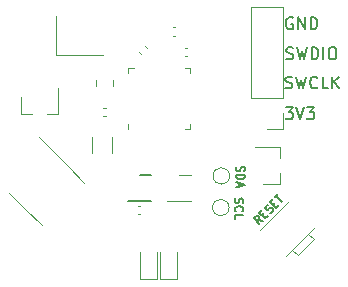
<source format=gbr>
%TF.GenerationSoftware,KiCad,Pcbnew,5.1.9*%
%TF.CreationDate,2021-01-29T19:11:39+02:00*%
%TF.ProjectId,PlantBuddy,506c616e-7442-4756-9464-792e6b696361,rev?*%
%TF.SameCoordinates,Original*%
%TF.FileFunction,Legend,Top*%
%TF.FilePolarity,Positive*%
%FSLAX46Y46*%
G04 Gerber Fmt 4.6, Leading zero omitted, Abs format (unit mm)*
G04 Created by KiCad (PCBNEW 5.1.9) date 2021-01-29 19:11:39*
%MOMM*%
%LPD*%
G01*
G04 APERTURE LIST*
%ADD10C,0.150000*%
%ADD11C,0.120000*%
G04 APERTURE END LIST*
D10*
X76444904Y-65075380D02*
X77063952Y-65075380D01*
X76730619Y-65456333D01*
X76873476Y-65456333D01*
X76968714Y-65503952D01*
X77016333Y-65551571D01*
X77063952Y-65646809D01*
X77063952Y-65884904D01*
X77016333Y-65980142D01*
X76968714Y-66027761D01*
X76873476Y-66075380D01*
X76587761Y-66075380D01*
X76492523Y-66027761D01*
X76444904Y-65980142D01*
X77349666Y-65075380D02*
X77683000Y-66075380D01*
X78016333Y-65075380D01*
X78254428Y-65075380D02*
X78873476Y-65075380D01*
X78540142Y-65456333D01*
X78683000Y-65456333D01*
X78778238Y-65503952D01*
X78825857Y-65551571D01*
X78873476Y-65646809D01*
X78873476Y-65884904D01*
X78825857Y-65980142D01*
X78778238Y-66027761D01*
X78683000Y-66075380D01*
X78397285Y-66075380D01*
X78302047Y-66027761D01*
X78254428Y-65980142D01*
X76437095Y-63424261D02*
X76579952Y-63471880D01*
X76818047Y-63471880D01*
X76913285Y-63424261D01*
X76960904Y-63376642D01*
X77008523Y-63281404D01*
X77008523Y-63186166D01*
X76960904Y-63090928D01*
X76913285Y-63043309D01*
X76818047Y-62995690D01*
X76627571Y-62948071D01*
X76532333Y-62900452D01*
X76484714Y-62852833D01*
X76437095Y-62757595D01*
X76437095Y-62662357D01*
X76484714Y-62567119D01*
X76532333Y-62519500D01*
X76627571Y-62471880D01*
X76865666Y-62471880D01*
X77008523Y-62519500D01*
X77341857Y-62471880D02*
X77579952Y-63471880D01*
X77770428Y-62757595D01*
X77960904Y-63471880D01*
X78199000Y-62471880D01*
X79151380Y-63376642D02*
X79103761Y-63424261D01*
X78960904Y-63471880D01*
X78865666Y-63471880D01*
X78722809Y-63424261D01*
X78627571Y-63329023D01*
X78579952Y-63233785D01*
X78532333Y-63043309D01*
X78532333Y-62900452D01*
X78579952Y-62709976D01*
X78627571Y-62614738D01*
X78722809Y-62519500D01*
X78865666Y-62471880D01*
X78960904Y-62471880D01*
X79103761Y-62519500D01*
X79151380Y-62567119D01*
X80056142Y-63471880D02*
X79579952Y-63471880D01*
X79579952Y-62471880D01*
X80389476Y-63471880D02*
X80389476Y-62471880D01*
X80960904Y-63471880D02*
X80532333Y-62900452D01*
X80960904Y-62471880D02*
X80389476Y-63043309D01*
X76516452Y-60947761D02*
X76659309Y-60995380D01*
X76897404Y-60995380D01*
X76992642Y-60947761D01*
X77040261Y-60900142D01*
X77087880Y-60804904D01*
X77087880Y-60709666D01*
X77040261Y-60614428D01*
X76992642Y-60566809D01*
X76897404Y-60519190D01*
X76706928Y-60471571D01*
X76611690Y-60423952D01*
X76564071Y-60376333D01*
X76516452Y-60281095D01*
X76516452Y-60185857D01*
X76564071Y-60090619D01*
X76611690Y-60043000D01*
X76706928Y-59995380D01*
X76945023Y-59995380D01*
X77087880Y-60043000D01*
X77421214Y-59995380D02*
X77659309Y-60995380D01*
X77849785Y-60281095D01*
X78040261Y-60995380D01*
X78278357Y-59995380D01*
X78659309Y-60995380D02*
X78659309Y-59995380D01*
X78897404Y-59995380D01*
X79040261Y-60043000D01*
X79135500Y-60138238D01*
X79183119Y-60233476D01*
X79230738Y-60423952D01*
X79230738Y-60566809D01*
X79183119Y-60757285D01*
X79135500Y-60852523D01*
X79040261Y-60947761D01*
X78897404Y-60995380D01*
X78659309Y-60995380D01*
X79659309Y-60995380D02*
X79659309Y-59995380D01*
X80325976Y-59995380D02*
X80516452Y-59995380D01*
X80611690Y-60043000D01*
X80706928Y-60138238D01*
X80754547Y-60328714D01*
X80754547Y-60662047D01*
X80706928Y-60852523D01*
X80611690Y-60947761D01*
X80516452Y-60995380D01*
X80325976Y-60995380D01*
X80230738Y-60947761D01*
X80135500Y-60852523D01*
X80087880Y-60662047D01*
X80087880Y-60328714D01*
X80135500Y-60138238D01*
X80230738Y-60043000D01*
X80325976Y-59995380D01*
X77048095Y-57503000D02*
X76952857Y-57455380D01*
X76810000Y-57455380D01*
X76667142Y-57503000D01*
X76571904Y-57598238D01*
X76524285Y-57693476D01*
X76476666Y-57883952D01*
X76476666Y-58026809D01*
X76524285Y-58217285D01*
X76571904Y-58312523D01*
X76667142Y-58407761D01*
X76810000Y-58455380D01*
X76905238Y-58455380D01*
X77048095Y-58407761D01*
X77095714Y-58360142D01*
X77095714Y-58026809D01*
X76905238Y-58026809D01*
X77524285Y-58455380D02*
X77524285Y-57455380D01*
X78095714Y-58455380D01*
X78095714Y-57455380D01*
X78571904Y-58455380D02*
X78571904Y-57455380D01*
X78810000Y-57455380D01*
X78952857Y-57503000D01*
X79048095Y-57598238D01*
X79095714Y-57693476D01*
X79143333Y-57883952D01*
X79143333Y-58026809D01*
X79095714Y-58217285D01*
X79048095Y-58312523D01*
X78952857Y-58407761D01*
X78810000Y-58455380D01*
X78571904Y-58455380D01*
X74521025Y-74693809D02*
X74120331Y-74623098D01*
X74238182Y-74976651D02*
X73743207Y-74481677D01*
X73931769Y-74293115D01*
X74002480Y-74269544D01*
X74049620Y-74269544D01*
X74120331Y-74293115D01*
X74191042Y-74363825D01*
X74214612Y-74434536D01*
X74214612Y-74481677D01*
X74191042Y-74552387D01*
X74002480Y-74740949D01*
X74473884Y-74222404D02*
X74638876Y-74057412D01*
X74968859Y-74245974D02*
X74733157Y-74481677D01*
X74238182Y-73986702D01*
X74473884Y-73751000D01*
X75133851Y-74033842D02*
X75228132Y-73986702D01*
X75345983Y-73868851D01*
X75369553Y-73798140D01*
X75369553Y-73751000D01*
X75345983Y-73680289D01*
X75298842Y-73633148D01*
X75228132Y-73609578D01*
X75180991Y-73609578D01*
X75110280Y-73633148D01*
X74992429Y-73703859D01*
X74921719Y-73727429D01*
X74874578Y-73727429D01*
X74803867Y-73703859D01*
X74756727Y-73656719D01*
X74733157Y-73586008D01*
X74733157Y-73538867D01*
X74756727Y-73468157D01*
X74874578Y-73350306D01*
X74968859Y-73303165D01*
X75393123Y-73303165D02*
X75558115Y-73138174D01*
X75888098Y-73326735D02*
X75652396Y-73562438D01*
X75157421Y-73067463D01*
X75393123Y-72831761D01*
X75534544Y-72690339D02*
X75817387Y-72407497D01*
X76170941Y-73043893D02*
X75675966Y-72548918D01*
X72192666Y-72786666D02*
X72159333Y-72886666D01*
X72159333Y-73053333D01*
X72192666Y-73120000D01*
X72226000Y-73153333D01*
X72292666Y-73186666D01*
X72359333Y-73186666D01*
X72426000Y-73153333D01*
X72459333Y-73120000D01*
X72492666Y-73053333D01*
X72526000Y-72920000D01*
X72559333Y-72853333D01*
X72592666Y-72820000D01*
X72659333Y-72786666D01*
X72726000Y-72786666D01*
X72792666Y-72820000D01*
X72826000Y-72853333D01*
X72859333Y-72920000D01*
X72859333Y-73086666D01*
X72826000Y-73186666D01*
X72226000Y-73886666D02*
X72192666Y-73853333D01*
X72159333Y-73753333D01*
X72159333Y-73686666D01*
X72192666Y-73586666D01*
X72259333Y-73520000D01*
X72326000Y-73486666D01*
X72459333Y-73453333D01*
X72559333Y-73453333D01*
X72692666Y-73486666D01*
X72759333Y-73520000D01*
X72826000Y-73586666D01*
X72859333Y-73686666D01*
X72859333Y-73753333D01*
X72826000Y-73853333D01*
X72792666Y-73886666D01*
X72159333Y-74520000D02*
X72159333Y-74186666D01*
X72859333Y-74186666D01*
X72319666Y-70080000D02*
X72286333Y-70180000D01*
X72286333Y-70346666D01*
X72319666Y-70413333D01*
X72353000Y-70446666D01*
X72419666Y-70480000D01*
X72486333Y-70480000D01*
X72553000Y-70446666D01*
X72586333Y-70413333D01*
X72619666Y-70346666D01*
X72653000Y-70213333D01*
X72686333Y-70146666D01*
X72719666Y-70113333D01*
X72786333Y-70080000D01*
X72853000Y-70080000D01*
X72919666Y-70113333D01*
X72953000Y-70146666D01*
X72986333Y-70213333D01*
X72986333Y-70380000D01*
X72953000Y-70480000D01*
X72286333Y-70780000D02*
X72986333Y-70780000D01*
X72986333Y-70946666D01*
X72953000Y-71046666D01*
X72886333Y-71113333D01*
X72819666Y-71146666D01*
X72686333Y-71180000D01*
X72586333Y-71180000D01*
X72453000Y-71146666D01*
X72386333Y-71113333D01*
X72319666Y-71046666D01*
X72286333Y-70946666D01*
X72286333Y-70780000D01*
X72486333Y-71446666D02*
X72486333Y-71780000D01*
X72286333Y-71380000D02*
X72986333Y-71613333D01*
X72286333Y-71846666D01*
D11*
%TO.C,C17*%
X63922664Y-73391000D02*
X64138336Y-73391000D01*
X63922664Y-74111000D02*
X64138336Y-74111000D01*
%TO.C,U2*%
X63150000Y-62198000D02*
X63150000Y-61723000D01*
X63150000Y-61723000D02*
X63625000Y-61723000D01*
X68370000Y-66468000D02*
X68370000Y-66943000D01*
X68370000Y-66943000D02*
X67895000Y-66943000D01*
X68370000Y-62198000D02*
X68370000Y-61723000D01*
X68370000Y-61723000D02*
X67895000Y-61723000D01*
X63150000Y-66468000D02*
X63150000Y-66943000D01*
%TO.C,J3*%
X71670000Y-73560000D02*
G75*
G03*
X71670000Y-73560000I-700000J0D01*
G01*
%TO.C,J2*%
X71710000Y-70880000D02*
G75*
G03*
X71710000Y-70880000I-700000J0D01*
G01*
%TO.C,J1*%
X76210000Y-66880000D02*
X74880000Y-66880000D01*
X76210000Y-65550000D02*
X76210000Y-66880000D01*
X76210000Y-64280000D02*
X73550000Y-64280000D01*
X73550000Y-64280000D02*
X73550000Y-56600000D01*
X76210000Y-64280000D02*
X76210000Y-56600000D01*
X76210000Y-56600000D02*
X73550000Y-56600000D01*
%TO.C,C15*%
X61227836Y-65090000D02*
X61012164Y-65090000D01*
X61227836Y-65810000D02*
X61012164Y-65810000D01*
%TO.C,C9*%
X64049190Y-60398307D02*
X64201693Y-60550810D01*
X64558307Y-59889190D02*
X64710810Y-60041693D01*
%TO.C,C8*%
X67922164Y-60760000D02*
X68137836Y-60760000D01*
X67922164Y-60040000D02*
X68137836Y-60040000D01*
%TO.C,C7*%
X66907164Y-58998000D02*
X67122836Y-58998000D01*
X66907164Y-58278000D02*
X67122836Y-58278000D01*
%TO.C,D2*%
X64115000Y-77347500D02*
X64115000Y-79632500D01*
X64115000Y-79632500D02*
X65585000Y-79632500D01*
X65585000Y-79632500D02*
X65585000Y-77347500D01*
%TO.C,Q1*%
X54040000Y-65620000D02*
X54970000Y-65620000D01*
X57200000Y-65620000D02*
X56270000Y-65620000D01*
X57200000Y-65620000D02*
X57200000Y-63460000D01*
X54040000Y-65620000D02*
X54040000Y-64160000D01*
%TO.C,U3*%
X58032487Y-70063585D02*
X55592969Y-67624066D01*
X58032487Y-70063585D02*
X59411346Y-71442443D01*
X54412101Y-73683971D02*
X53033242Y-72305113D01*
X54412101Y-73683971D02*
X55790959Y-75062830D01*
%TO.C,Y1*%
X56980000Y-57340000D02*
X56980000Y-60640000D01*
X56980000Y-60640000D02*
X60980000Y-60640000D01*
%TO.C,Y2*%
X60035000Y-67555000D02*
X60035000Y-68905000D01*
X61785000Y-67555000D02*
X61785000Y-68905000D01*
%TO.C,L4*%
X60440000Y-62751422D02*
X60440000Y-63268578D01*
X61860000Y-62751422D02*
X61860000Y-63268578D01*
%TO.C,Q2*%
X76010000Y-71550000D02*
X74550000Y-71550000D01*
X76010000Y-68390000D02*
X73850000Y-68390000D01*
X76010000Y-68390000D02*
X76010000Y-69320000D01*
X76010000Y-71550000D02*
X76010000Y-70620000D01*
%TO.C,SW2*%
X78943452Y-75198579D02*
X76468579Y-77673452D01*
X74276548Y-75481421D02*
X76751421Y-73006548D01*
X77493883Y-77567386D02*
X77034264Y-77107767D01*
X78837386Y-76223883D02*
X77493883Y-77567386D01*
X78377767Y-75764264D02*
X78837386Y-76223883D01*
%TO.C,U6*%
X66410000Y-73010000D02*
X68410000Y-73010000D01*
X67410000Y-70790000D02*
X68410000Y-70790000D01*
%TO.C,D1*%
X65805000Y-77357500D02*
X65805000Y-79642500D01*
X65805000Y-79642500D02*
X67275000Y-79642500D01*
X67275000Y-79642500D02*
X67275000Y-77357500D01*
D10*
%TO.C,U1*%
X64090000Y-70800000D02*
X65090000Y-70800000D01*
X63090000Y-73000000D02*
X65090000Y-73000000D01*
%TD*%
M02*

</source>
